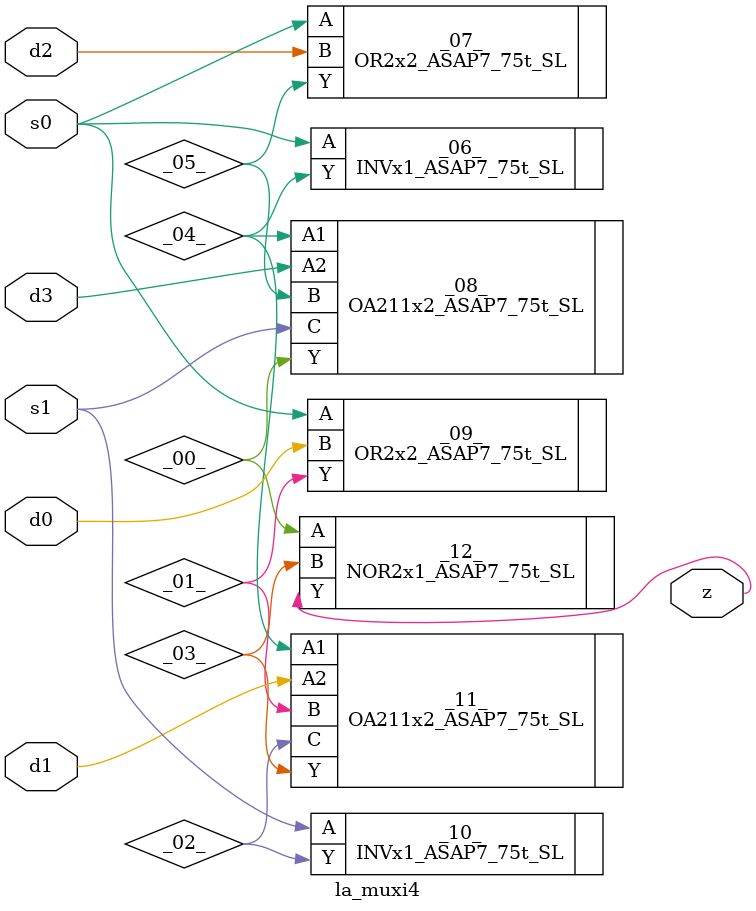
<source format=v>

/* Generated by Yosys 0.40 (git sha1 a1bb0255d, g++ 11.4.0-1ubuntu1~22.04 -fPIC -Os) */

module la_muxi4(d0, d1, d2, d3, s0, s1, z);
  wire _00_;
  wire _01_;
  wire _02_;
  wire _03_;
  wire _04_;
  wire _05_;
  input d0;
  wire d0;
  input d1;
  wire d1;
  input d2;
  wire d2;
  input d3;
  wire d3;
  input s0;
  wire s0;
  input s1;
  wire s1;
  output z;
  wire z;
  INVx1_ASAP7_75t_SL _06_ (
    .A(s0),
    .Y(_04_)
  );
  OR2x2_ASAP7_75t_SL _07_ (
    .A(s0),
    .B(d2),
    .Y(_05_)
  );
  OA211x2_ASAP7_75t_SL _08_ (
    .A1(_04_),
    .A2(d3),
    .B(_05_),
    .C(s1),
    .Y(_00_)
  );
  OR2x2_ASAP7_75t_SL _09_ (
    .A(s0),
    .B(d0),
    .Y(_01_)
  );
  INVx1_ASAP7_75t_SL _10_ (
    .A(s1),
    .Y(_02_)
  );
  OA211x2_ASAP7_75t_SL _11_ (
    .A1(_04_),
    .A2(d1),
    .B(_01_),
    .C(_02_),
    .Y(_03_)
  );
  NOR2x1_ASAP7_75t_SL _12_ (
    .A(_00_),
    .B(_03_),
    .Y(z)
  );
endmodule

</source>
